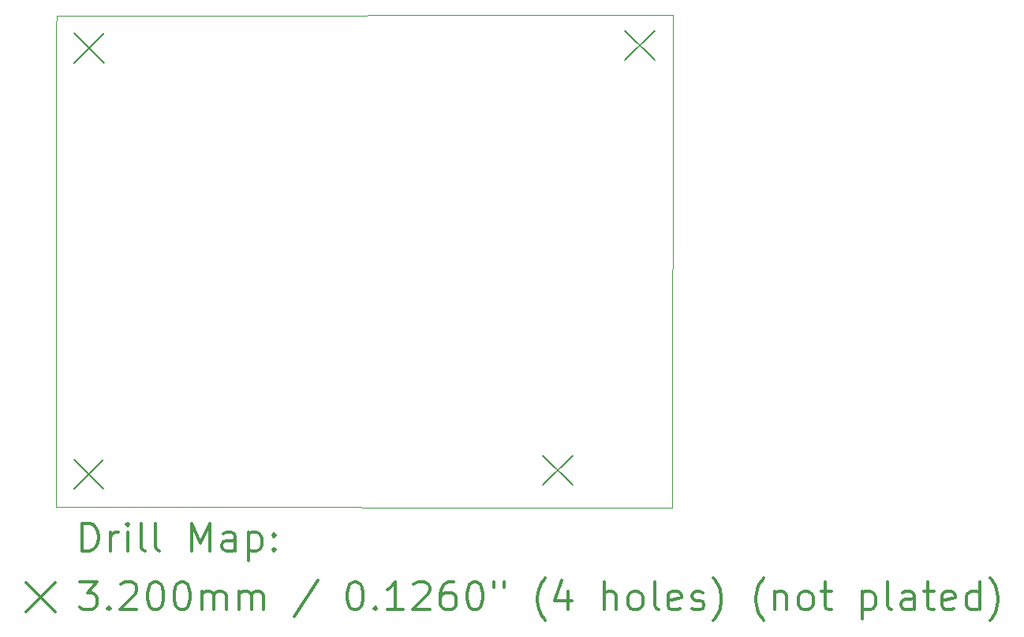
<source format=gbr>
%FSLAX45Y45*%
G04 Gerber Fmt 4.5, Leading zero omitted, Abs format (unit mm)*
G04 Created by KiCad (PCBNEW 5.1.10) date 2021-12-10 15:48:50*
%MOMM*%
%LPD*%
G01*
G04 APERTURE LIST*
%TA.AperFunction,Profile*%
%ADD10C,0.050000*%
%TD*%
%ADD11C,0.200000*%
%ADD12C,0.300000*%
G04 APERTURE END LIST*
D10*
X8220456Y-4022344D02*
X8218932Y-4141724D01*
X14834616Y-4012184D02*
X8220456Y-4022344D01*
X14834108Y-4218432D02*
X14834616Y-4012184D01*
X14828520Y-9301480D02*
X14834108Y-4218432D01*
X8213852Y-9296908D02*
X14828520Y-9301480D01*
X8213852Y-9025636D02*
X8213852Y-9296908D01*
X8218932Y-4141724D02*
X8213852Y-9025636D01*
D11*
X8407420Y-8783340D02*
X8727420Y-9103340D01*
X8727420Y-8783340D02*
X8407420Y-9103340D01*
X8412500Y-4208800D02*
X8732500Y-4528800D01*
X8732500Y-4208800D02*
X8412500Y-4528800D01*
X13440430Y-8741430D02*
X13760430Y-9061430D01*
X13760430Y-8741430D02*
X13440430Y-9061430D01*
X14321810Y-4178320D02*
X14641810Y-4498320D01*
X14641810Y-4178320D02*
X14321810Y-4498320D01*
D12*
X8497780Y-9769694D02*
X8497780Y-9469694D01*
X8569209Y-9469694D01*
X8612066Y-9483980D01*
X8640638Y-9512552D01*
X8654923Y-9541123D01*
X8669209Y-9598266D01*
X8669209Y-9641123D01*
X8654923Y-9698266D01*
X8640638Y-9726837D01*
X8612066Y-9755409D01*
X8569209Y-9769694D01*
X8497780Y-9769694D01*
X8797780Y-9769694D02*
X8797780Y-9569694D01*
X8797780Y-9626837D02*
X8812066Y-9598266D01*
X8826352Y-9583980D01*
X8854923Y-9569694D01*
X8883495Y-9569694D01*
X8983495Y-9769694D02*
X8983495Y-9569694D01*
X8983495Y-9469694D02*
X8969209Y-9483980D01*
X8983495Y-9498266D01*
X8997780Y-9483980D01*
X8983495Y-9469694D01*
X8983495Y-9498266D01*
X9169209Y-9769694D02*
X9140638Y-9755409D01*
X9126352Y-9726837D01*
X9126352Y-9469694D01*
X9326352Y-9769694D02*
X9297780Y-9755409D01*
X9283495Y-9726837D01*
X9283495Y-9469694D01*
X9669209Y-9769694D02*
X9669209Y-9469694D01*
X9769209Y-9683980D01*
X9869209Y-9469694D01*
X9869209Y-9769694D01*
X10140638Y-9769694D02*
X10140638Y-9612552D01*
X10126352Y-9583980D01*
X10097780Y-9569694D01*
X10040638Y-9569694D01*
X10012066Y-9583980D01*
X10140638Y-9755409D02*
X10112066Y-9769694D01*
X10040638Y-9769694D01*
X10012066Y-9755409D01*
X9997780Y-9726837D01*
X9997780Y-9698266D01*
X10012066Y-9669694D01*
X10040638Y-9655409D01*
X10112066Y-9655409D01*
X10140638Y-9641123D01*
X10283495Y-9569694D02*
X10283495Y-9869694D01*
X10283495Y-9583980D02*
X10312066Y-9569694D01*
X10369209Y-9569694D01*
X10397780Y-9583980D01*
X10412066Y-9598266D01*
X10426352Y-9626837D01*
X10426352Y-9712552D01*
X10412066Y-9741123D01*
X10397780Y-9755409D01*
X10369209Y-9769694D01*
X10312066Y-9769694D01*
X10283495Y-9755409D01*
X10554923Y-9741123D02*
X10569209Y-9755409D01*
X10554923Y-9769694D01*
X10540638Y-9755409D01*
X10554923Y-9741123D01*
X10554923Y-9769694D01*
X10554923Y-9583980D02*
X10569209Y-9598266D01*
X10554923Y-9612552D01*
X10540638Y-9598266D01*
X10554923Y-9583980D01*
X10554923Y-9612552D01*
X7891352Y-10103980D02*
X8211352Y-10423980D01*
X8211352Y-10103980D02*
X7891352Y-10423980D01*
X8469209Y-10099694D02*
X8654923Y-10099694D01*
X8554923Y-10213980D01*
X8597780Y-10213980D01*
X8626352Y-10228266D01*
X8640638Y-10242552D01*
X8654923Y-10271123D01*
X8654923Y-10342552D01*
X8640638Y-10371123D01*
X8626352Y-10385409D01*
X8597780Y-10399694D01*
X8512066Y-10399694D01*
X8483495Y-10385409D01*
X8469209Y-10371123D01*
X8783495Y-10371123D02*
X8797780Y-10385409D01*
X8783495Y-10399694D01*
X8769209Y-10385409D01*
X8783495Y-10371123D01*
X8783495Y-10399694D01*
X8912066Y-10128266D02*
X8926352Y-10113980D01*
X8954923Y-10099694D01*
X9026352Y-10099694D01*
X9054923Y-10113980D01*
X9069209Y-10128266D01*
X9083495Y-10156837D01*
X9083495Y-10185409D01*
X9069209Y-10228266D01*
X8897780Y-10399694D01*
X9083495Y-10399694D01*
X9269209Y-10099694D02*
X9297780Y-10099694D01*
X9326352Y-10113980D01*
X9340638Y-10128266D01*
X9354923Y-10156837D01*
X9369209Y-10213980D01*
X9369209Y-10285409D01*
X9354923Y-10342552D01*
X9340638Y-10371123D01*
X9326352Y-10385409D01*
X9297780Y-10399694D01*
X9269209Y-10399694D01*
X9240638Y-10385409D01*
X9226352Y-10371123D01*
X9212066Y-10342552D01*
X9197780Y-10285409D01*
X9197780Y-10213980D01*
X9212066Y-10156837D01*
X9226352Y-10128266D01*
X9240638Y-10113980D01*
X9269209Y-10099694D01*
X9554923Y-10099694D02*
X9583495Y-10099694D01*
X9612066Y-10113980D01*
X9626352Y-10128266D01*
X9640638Y-10156837D01*
X9654923Y-10213980D01*
X9654923Y-10285409D01*
X9640638Y-10342552D01*
X9626352Y-10371123D01*
X9612066Y-10385409D01*
X9583495Y-10399694D01*
X9554923Y-10399694D01*
X9526352Y-10385409D01*
X9512066Y-10371123D01*
X9497780Y-10342552D01*
X9483495Y-10285409D01*
X9483495Y-10213980D01*
X9497780Y-10156837D01*
X9512066Y-10128266D01*
X9526352Y-10113980D01*
X9554923Y-10099694D01*
X9783495Y-10399694D02*
X9783495Y-10199694D01*
X9783495Y-10228266D02*
X9797780Y-10213980D01*
X9826352Y-10199694D01*
X9869209Y-10199694D01*
X9897780Y-10213980D01*
X9912066Y-10242552D01*
X9912066Y-10399694D01*
X9912066Y-10242552D02*
X9926352Y-10213980D01*
X9954923Y-10199694D01*
X9997780Y-10199694D01*
X10026352Y-10213980D01*
X10040638Y-10242552D01*
X10040638Y-10399694D01*
X10183495Y-10399694D02*
X10183495Y-10199694D01*
X10183495Y-10228266D02*
X10197780Y-10213980D01*
X10226352Y-10199694D01*
X10269209Y-10199694D01*
X10297780Y-10213980D01*
X10312066Y-10242552D01*
X10312066Y-10399694D01*
X10312066Y-10242552D02*
X10326352Y-10213980D01*
X10354923Y-10199694D01*
X10397780Y-10199694D01*
X10426352Y-10213980D01*
X10440638Y-10242552D01*
X10440638Y-10399694D01*
X11026352Y-10085409D02*
X10769209Y-10471123D01*
X11412066Y-10099694D02*
X11440638Y-10099694D01*
X11469209Y-10113980D01*
X11483495Y-10128266D01*
X11497780Y-10156837D01*
X11512066Y-10213980D01*
X11512066Y-10285409D01*
X11497780Y-10342552D01*
X11483495Y-10371123D01*
X11469209Y-10385409D01*
X11440638Y-10399694D01*
X11412066Y-10399694D01*
X11383495Y-10385409D01*
X11369209Y-10371123D01*
X11354923Y-10342552D01*
X11340638Y-10285409D01*
X11340638Y-10213980D01*
X11354923Y-10156837D01*
X11369209Y-10128266D01*
X11383495Y-10113980D01*
X11412066Y-10099694D01*
X11640638Y-10371123D02*
X11654923Y-10385409D01*
X11640638Y-10399694D01*
X11626352Y-10385409D01*
X11640638Y-10371123D01*
X11640638Y-10399694D01*
X11940638Y-10399694D02*
X11769209Y-10399694D01*
X11854923Y-10399694D02*
X11854923Y-10099694D01*
X11826352Y-10142552D01*
X11797780Y-10171123D01*
X11769209Y-10185409D01*
X12054923Y-10128266D02*
X12069209Y-10113980D01*
X12097780Y-10099694D01*
X12169209Y-10099694D01*
X12197780Y-10113980D01*
X12212066Y-10128266D01*
X12226352Y-10156837D01*
X12226352Y-10185409D01*
X12212066Y-10228266D01*
X12040638Y-10399694D01*
X12226352Y-10399694D01*
X12483495Y-10099694D02*
X12426352Y-10099694D01*
X12397780Y-10113980D01*
X12383495Y-10128266D01*
X12354923Y-10171123D01*
X12340638Y-10228266D01*
X12340638Y-10342552D01*
X12354923Y-10371123D01*
X12369209Y-10385409D01*
X12397780Y-10399694D01*
X12454923Y-10399694D01*
X12483495Y-10385409D01*
X12497780Y-10371123D01*
X12512066Y-10342552D01*
X12512066Y-10271123D01*
X12497780Y-10242552D01*
X12483495Y-10228266D01*
X12454923Y-10213980D01*
X12397780Y-10213980D01*
X12369209Y-10228266D01*
X12354923Y-10242552D01*
X12340638Y-10271123D01*
X12697780Y-10099694D02*
X12726352Y-10099694D01*
X12754923Y-10113980D01*
X12769209Y-10128266D01*
X12783495Y-10156837D01*
X12797780Y-10213980D01*
X12797780Y-10285409D01*
X12783495Y-10342552D01*
X12769209Y-10371123D01*
X12754923Y-10385409D01*
X12726352Y-10399694D01*
X12697780Y-10399694D01*
X12669209Y-10385409D01*
X12654923Y-10371123D01*
X12640638Y-10342552D01*
X12626352Y-10285409D01*
X12626352Y-10213980D01*
X12640638Y-10156837D01*
X12654923Y-10128266D01*
X12669209Y-10113980D01*
X12697780Y-10099694D01*
X12912066Y-10099694D02*
X12912066Y-10156837D01*
X13026352Y-10099694D02*
X13026352Y-10156837D01*
X13469209Y-10513980D02*
X13454923Y-10499694D01*
X13426352Y-10456837D01*
X13412066Y-10428266D01*
X13397780Y-10385409D01*
X13383495Y-10313980D01*
X13383495Y-10256837D01*
X13397780Y-10185409D01*
X13412066Y-10142552D01*
X13426352Y-10113980D01*
X13454923Y-10071123D01*
X13469209Y-10056837D01*
X13712066Y-10199694D02*
X13712066Y-10399694D01*
X13640638Y-10085409D02*
X13569209Y-10299694D01*
X13754923Y-10299694D01*
X14097780Y-10399694D02*
X14097780Y-10099694D01*
X14226352Y-10399694D02*
X14226352Y-10242552D01*
X14212066Y-10213980D01*
X14183495Y-10199694D01*
X14140638Y-10199694D01*
X14112066Y-10213980D01*
X14097780Y-10228266D01*
X14412066Y-10399694D02*
X14383495Y-10385409D01*
X14369209Y-10371123D01*
X14354923Y-10342552D01*
X14354923Y-10256837D01*
X14369209Y-10228266D01*
X14383495Y-10213980D01*
X14412066Y-10199694D01*
X14454923Y-10199694D01*
X14483495Y-10213980D01*
X14497780Y-10228266D01*
X14512066Y-10256837D01*
X14512066Y-10342552D01*
X14497780Y-10371123D01*
X14483495Y-10385409D01*
X14454923Y-10399694D01*
X14412066Y-10399694D01*
X14683495Y-10399694D02*
X14654923Y-10385409D01*
X14640638Y-10356837D01*
X14640638Y-10099694D01*
X14912066Y-10385409D02*
X14883495Y-10399694D01*
X14826352Y-10399694D01*
X14797780Y-10385409D01*
X14783495Y-10356837D01*
X14783495Y-10242552D01*
X14797780Y-10213980D01*
X14826352Y-10199694D01*
X14883495Y-10199694D01*
X14912066Y-10213980D01*
X14926352Y-10242552D01*
X14926352Y-10271123D01*
X14783495Y-10299694D01*
X15040638Y-10385409D02*
X15069209Y-10399694D01*
X15126352Y-10399694D01*
X15154923Y-10385409D01*
X15169209Y-10356837D01*
X15169209Y-10342552D01*
X15154923Y-10313980D01*
X15126352Y-10299694D01*
X15083495Y-10299694D01*
X15054923Y-10285409D01*
X15040638Y-10256837D01*
X15040638Y-10242552D01*
X15054923Y-10213980D01*
X15083495Y-10199694D01*
X15126352Y-10199694D01*
X15154923Y-10213980D01*
X15269209Y-10513980D02*
X15283495Y-10499694D01*
X15312066Y-10456837D01*
X15326352Y-10428266D01*
X15340638Y-10385409D01*
X15354923Y-10313980D01*
X15354923Y-10256837D01*
X15340638Y-10185409D01*
X15326352Y-10142552D01*
X15312066Y-10113980D01*
X15283495Y-10071123D01*
X15269209Y-10056837D01*
X15812066Y-10513980D02*
X15797780Y-10499694D01*
X15769209Y-10456837D01*
X15754923Y-10428266D01*
X15740638Y-10385409D01*
X15726352Y-10313980D01*
X15726352Y-10256837D01*
X15740638Y-10185409D01*
X15754923Y-10142552D01*
X15769209Y-10113980D01*
X15797780Y-10071123D01*
X15812066Y-10056837D01*
X15926352Y-10199694D02*
X15926352Y-10399694D01*
X15926352Y-10228266D02*
X15940638Y-10213980D01*
X15969209Y-10199694D01*
X16012066Y-10199694D01*
X16040638Y-10213980D01*
X16054923Y-10242552D01*
X16054923Y-10399694D01*
X16240638Y-10399694D02*
X16212066Y-10385409D01*
X16197780Y-10371123D01*
X16183495Y-10342552D01*
X16183495Y-10256837D01*
X16197780Y-10228266D01*
X16212066Y-10213980D01*
X16240638Y-10199694D01*
X16283495Y-10199694D01*
X16312066Y-10213980D01*
X16326352Y-10228266D01*
X16340638Y-10256837D01*
X16340638Y-10342552D01*
X16326352Y-10371123D01*
X16312066Y-10385409D01*
X16283495Y-10399694D01*
X16240638Y-10399694D01*
X16426352Y-10199694D02*
X16540638Y-10199694D01*
X16469209Y-10099694D02*
X16469209Y-10356837D01*
X16483495Y-10385409D01*
X16512066Y-10399694D01*
X16540638Y-10399694D01*
X16869209Y-10199694D02*
X16869209Y-10499694D01*
X16869209Y-10213980D02*
X16897780Y-10199694D01*
X16954923Y-10199694D01*
X16983495Y-10213980D01*
X16997780Y-10228266D01*
X17012066Y-10256837D01*
X17012066Y-10342552D01*
X16997780Y-10371123D01*
X16983495Y-10385409D01*
X16954923Y-10399694D01*
X16897780Y-10399694D01*
X16869209Y-10385409D01*
X17183495Y-10399694D02*
X17154923Y-10385409D01*
X17140638Y-10356837D01*
X17140638Y-10099694D01*
X17426352Y-10399694D02*
X17426352Y-10242552D01*
X17412066Y-10213980D01*
X17383495Y-10199694D01*
X17326352Y-10199694D01*
X17297780Y-10213980D01*
X17426352Y-10385409D02*
X17397780Y-10399694D01*
X17326352Y-10399694D01*
X17297780Y-10385409D01*
X17283495Y-10356837D01*
X17283495Y-10328266D01*
X17297780Y-10299694D01*
X17326352Y-10285409D01*
X17397780Y-10285409D01*
X17426352Y-10271123D01*
X17526352Y-10199694D02*
X17640638Y-10199694D01*
X17569209Y-10099694D02*
X17569209Y-10356837D01*
X17583495Y-10385409D01*
X17612066Y-10399694D01*
X17640638Y-10399694D01*
X17854923Y-10385409D02*
X17826352Y-10399694D01*
X17769209Y-10399694D01*
X17740638Y-10385409D01*
X17726352Y-10356837D01*
X17726352Y-10242552D01*
X17740638Y-10213980D01*
X17769209Y-10199694D01*
X17826352Y-10199694D01*
X17854923Y-10213980D01*
X17869209Y-10242552D01*
X17869209Y-10271123D01*
X17726352Y-10299694D01*
X18126352Y-10399694D02*
X18126352Y-10099694D01*
X18126352Y-10385409D02*
X18097780Y-10399694D01*
X18040638Y-10399694D01*
X18012066Y-10385409D01*
X17997780Y-10371123D01*
X17983495Y-10342552D01*
X17983495Y-10256837D01*
X17997780Y-10228266D01*
X18012066Y-10213980D01*
X18040638Y-10199694D01*
X18097780Y-10199694D01*
X18126352Y-10213980D01*
X18240638Y-10513980D02*
X18254923Y-10499694D01*
X18283495Y-10456837D01*
X18297780Y-10428266D01*
X18312066Y-10385409D01*
X18326352Y-10313980D01*
X18326352Y-10256837D01*
X18312066Y-10185409D01*
X18297780Y-10142552D01*
X18283495Y-10113980D01*
X18254923Y-10071123D01*
X18240638Y-10056837D01*
M02*

</source>
